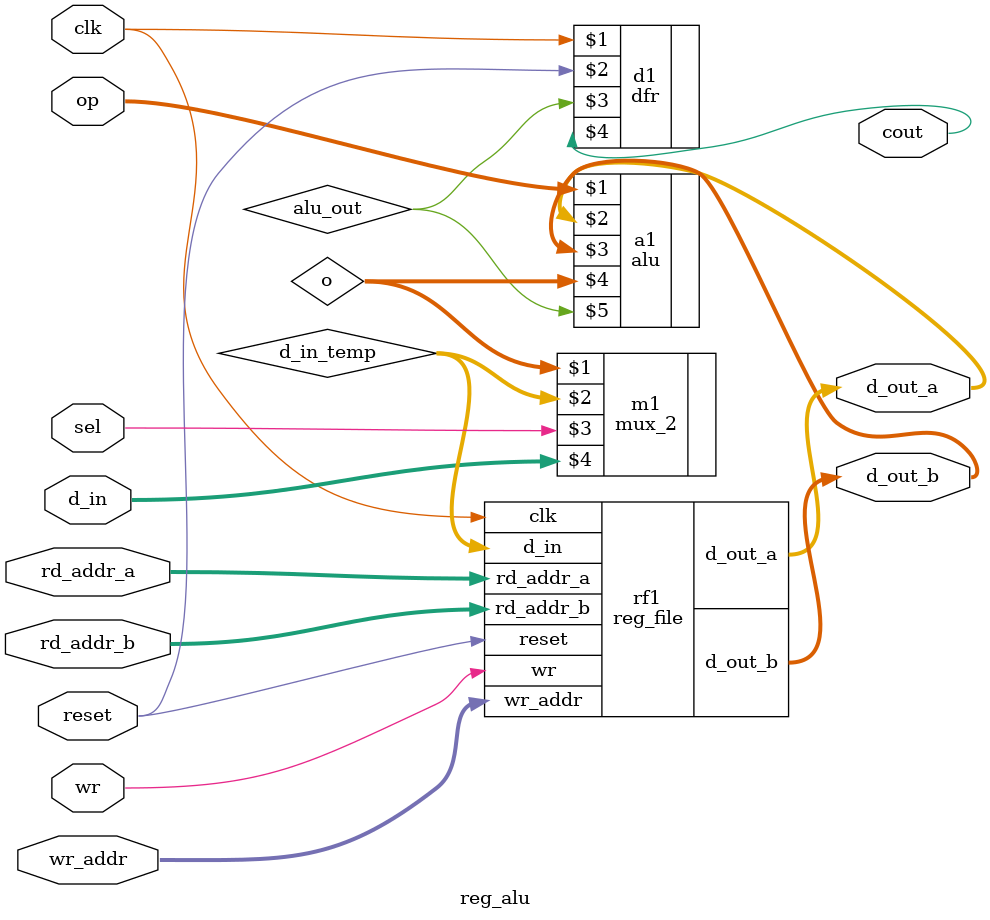
<source format=v>
`include "alu.v"
`include "my_mods.v"


module reg_file (input wire clk, reset, wr, input wire [2:0] rd_addr_a, rd_addr_b, wr_addr, input wire [15:0] d_in, output wire [15:0] d_out_a, d_out_b);
// Declare wires here
wire [7:0] load;
wire [15:0] q0, q1, q2, q3, q4, q5, q6, q7;
// Instantiate modules here
demux8 dmx(wr, wr_addr[2], wr_addr[1], wr_addr[0], load);
reg16_8 rm16(clk, reset, load, d_in, q0, q1, q2, q3, q4, q5, q6, q7);
mux8_16 mx0(q0, q1, q2, q3, q4, q5, q6, q7, {rd_addr_a[2], rd_addr_a[1], rd_addr_a[0]}, d_out_a);
mux8_16 mx1(q0, q1, q2, q3, q4, q5, q6, q7, {rd_addr_b[2], rd_addr_b[1], rd_addr_b[0]}, d_out_b);

endmodule


module reg_alu (input wire clk, reset, sel, wr, input wire [1:0] op, input wire [2:0] rd_addr_a, rd_addr_b, wr_addr, input wire [15:0] d_in, output wire [15:0] d_out_a, d_out_b, output wire cout);
// Declare wires here
wire [15:0] o, d_in_temp;
wire alu_out;
// Instantiate modules here
reg_file rf1(clk, reset, wr, rd_addr_a, rd_addr_b, wr_addr, d_in_temp, d_out_a, d_out_b);
alu a1(op, d_out_a, d_out_b, o, alu_out);
dfr d1(clk, reset, alu_out, cout);
mux_2 m1(o, d_in_temp, sel, d_in);

endmodule

</source>
